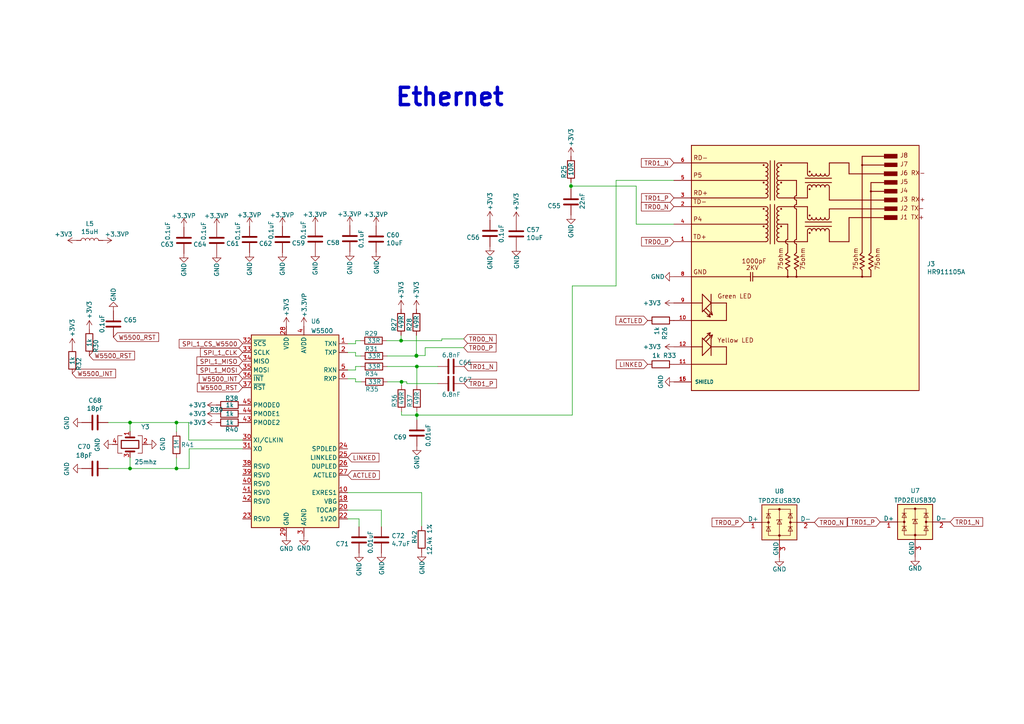
<source format=kicad_sch>
(kicad_sch (version 20211123) (generator eeschema)
  (paper "A4")
  (lib_symbols
    (symbol "Connector_Generic_Shielded:HR911105A" (pin_names (offset 1.016))
      (property "Reference" "J" (at -33.1724 36.2458 0))
      (property "Value" "Connector_Generic_Shielded_HR911105A" (at -33.1216 -38.227 0))
      (symbol "HR911105A_0_0"
        (text "1000pF" (at -18.4912 1.2446 0) (effects (font (size 1.27 1.27)) (justify left bottom)))
        (text "2KV" (at -17.2212 -0.6604 0) (effects (font (size 1.27 1.27)) (justify left bottom)))
        (text "75ohm" (at -6.4008 -0.6604 900) (effects (font (size 1.27 1.27)) (justify left bottom)))
        (text "75ohm" (at 0 -0.6604 900) (effects (font (size 1.27 1.27)) (justify left bottom)))
        (text "75ohm" (at 15.3416 -0.6604 900) (effects (font (size 1.27 1.27)) (justify left bottom)))
        (text "75ohm" (at 21.6916 -0.6604 900) (effects (font (size 1.27 1.27)) (justify left bottom)))
        (text "GND" (at -32.5374 -1.905 0) (effects (font (size 1.27 1.27)) (justify left bottom)))
        (text "Green LED" (at -25.5016 -8.9154 0) (effects (font (size 1.27 1.27)) (justify left bottom)))
        (text "J1 TX+" (at 27.432 13.9954 0) (effects (font (size 1.27 1.27)) (justify left bottom)))
        (text "J2 TX-" (at 27.4574 16.5862 0) (effects (font (size 1.27 1.27)) (justify left bottom)))
        (text "J3 RX+" (at 27.4574 19.1516 0) (effects (font (size 1.27 1.27)) (justify left bottom)))
        (text "J4" (at 27.4574 21.717 0) (effects (font (size 1.27 1.27)) (justify left bottom)))
        (text "J5" (at 27.4828 24.257 0) (effects (font (size 1.27 1.27)) (justify left bottom)))
        (text "J6 RX-" (at 27.4574 26.8224 0) (effects (font (size 1.27 1.27)) (justify left bottom)))
        (text "J7" (at 27.4574 29.3624 0) (effects (font (size 1.27 1.27)) (justify left bottom)))
        (text "J8" (at 27.4574 31.9278 0) (effects (font (size 1.27 1.27)) (justify left bottom)))
        (text "P4" (at -32.5374 13.4112 0) (effects (font (size 1.27 1.27)) (justify left bottom)))
        (text "P5" (at -32.5374 26.162 0) (effects (font (size 1.27 1.27)) (justify left bottom)))
        (text "RD+" (at -32.4866 21.0312 0) (effects (font (size 1.27 1.27)) (justify left bottom)))
        (text "RD-" (at -32.4866 31.2166 0) (effects (font (size 1.27 1.27)) (justify left bottom)))
        (text "TD+" (at -32.5628 8.3058 0) (effects (font (size 1.27 1.27)) (justify left bottom)))
        (text "TD-" (at -32.512 18.4912 0) (effects (font (size 1.27 1.27)) (justify left bottom)))
        (text "Yellow LED" (at -25.527 -21.717 0) (effects (font (size 1.27 1.27)) (justify left bottom)))
        (pin passive line (at -38.1 7.62 0) (length 5.08) (name "~") (number "1"))
        (pin passive line (at -38.1 -15.24 0) (length 5.08) (name "~") (number "10"))
        (pin passive line (at -38.1 -27.94 0) (length 5.08) (name "~") (number "11"))
        (pin passive line (at -38.1 -22.86 0) (length 5.08) (name "~") (number "12"))
        (pin passive line (at -38.1 -33.02 0) (length 5.08) (name "SHIELD") (number "15"))
        (pin passive line (at -38.1 -33.02 0) (length 5.08) (name "SHIELD") (number "16"))
        (pin passive line (at -38.1 17.78 0) (length 5.08) (name "~") (number "2"))
        (pin passive line (at -38.1 20.32 0) (length 5.08) (name "~") (number "3"))
        (pin passive line (at -38.1 12.7 0) (length 5.08) (name "~") (number "4"))
        (pin passive line (at -38.1 25.4 0) (length 5.08) (name "~") (number "5"))
        (pin passive line (at -38.1 30.48 0) (length 5.08) (name "~") (number "6"))
        (pin power_in line (at -38.1 -2.54 0) (length 5.08) (name "~") (number "8"))
        (pin passive line (at -38.1 -10.16 0) (length 5.08) (name "~") (number "9"))
      )
    )
    (symbol "Device:C" (pin_numbers hide) (pin_names (offset 0.254))
      (property "Reference" "C" (at 0.635 2.54 0))
      (property "Value" "C" (at 0.635 -2.54 0))
      (symbol "C_1_1"
        (pin passive line (at 0 3.81 270) (length 2.794) (name "~") (number "1"))
        (pin passive line (at 0 -3.81 90) (length 2.794) (name "~") (number "2"))
      )
    )
    (symbol "Device:Crystal_GND24" (pin_names (offset 1.016) hide)
      (property "Reference" "Y" (at 3.175 5.08 0))
      (property "Value" "Crystal_GND24" (at 3.175 3.175 0))
      (symbol "Crystal_GND24_1_1"
        (pin passive line (at -3.81 0 0) (length 1.27) (name "1") (number "1"))
        (pin passive line (at 0 5.08 270) (length 1.27) (name "2") (number "2"))
        (pin passive line (at 3.81 0 180) (length 1.27) (name "3") (number "3"))
        (pin passive line (at 0 -5.08 90) (length 1.27) (name "4") (number "4"))
      )
    )
    (symbol "Device:L" (pin_numbers hide) (pin_names (offset 1.016) hide)
      (property "Reference" "L" (at -1.27 0 90))
      (property "Value" "L" (at 1.905 0 90))
      (symbol "L_1_1"
        (pin passive line (at 0 3.81 270) (length 1.27) (name "1") (number "1"))
        (pin passive line (at 0 -3.81 90) (length 1.27) (name "2") (number "2"))
      )
    )
    (symbol "Device:R" (pin_numbers hide) (pin_names (offset 0))
      (property "Reference" "R" (at 2.032 0 90))
      (property "Value" "R" (at 0 0 90))
      (symbol "R_1_1"
        (pin passive line (at 0 3.81 270) (length 1.27) (name "~") (number "1"))
        (pin passive line (at 0 -3.81 90) (length 1.27) (name "~") (number "2"))
      )
    )
    (symbol "Interface_Ethernet:W5500"
      (property "Reference" "U" (at -11.43 29.21 0))
      (property "Value" "W5500" (at 8.89 29.21 0))
      (symbol "W5500_1_1"
        (pin output line (at 15.24 25.4 180) (length 2.54) (name "TXN") (number "1"))
        (pin passive line (at 15.24 -17.78 180) (length 2.54) (name "EXRES1") (number "10"))
        (pin passive line (at 2.54 30.48 270) (length 2.54) hide (name "AVDD") (number "11"))
        (pin no_connect line (at 12.7 7.62 180) (length 2.54) hide (name "NC") (number "12"))
        (pin no_connect line (at 12.7 5.08 180) (length 2.54) hide (name "NC") (number "13"))
        (pin passive line (at 2.54 -30.48 90) (length 2.54) hide (name "AGND") (number "14"))
        (pin passive line (at 2.54 30.48 270) (length 2.54) hide (name "AVDD") (number "15"))
        (pin passive line (at 2.54 -30.48 90) (length 2.54) hide (name "AGND") (number "16"))
        (pin passive line (at 2.54 30.48 270) (length 2.54) hide (name "AVDD") (number "17"))
        (pin passive line (at 15.24 -20.32 180) (length 2.54) (name "VBG") (number "18"))
        (pin passive line (at 2.54 -30.48 90) (length 2.54) hide (name "AGND") (number "19"))
        (pin output line (at 15.24 22.86 180) (length 2.54) (name "TXP") (number "2"))
        (pin passive line (at 15.24 -22.86 180) (length 2.54) (name "TOCAP") (number "20"))
        (pin passive line (at 2.54 30.48 270) (length 2.54) hide (name "AVDD") (number "21"))
        (pin output line (at 15.24 -25.4 180) (length 2.54) (name "1V2O") (number "22"))
        (pin input line (at -15.24 -25.4 0) (length 2.54) (name "RSVD") (number "23"))
        (pin output line (at 15.24 -5.08 180) (length 2.54) (name "SPDLED") (number "24"))
        (pin output line (at 15.24 -7.62 180) (length 2.54) (name "LINKLED") (number "25"))
        (pin output line (at 15.24 -10.16 180) (length 2.54) (name "DUPLED") (number "26"))
        (pin output line (at 15.24 -12.7 180) (length 2.54) (name "ACTLED") (number "27"))
        (pin power_in line (at -2.54 30.48 270) (length 2.54) (name "VDD") (number "28"))
        (pin power_in line (at -2.54 -30.48 90) (length 2.54) (name "GND") (number "29"))
        (pin power_in line (at 2.54 -30.48 90) (length 2.54) (name "AGND") (number "3"))
        (pin input line (at -15.24 -2.54 0) (length 2.54) (name "XI/CLKIN") (number "30"))
        (pin output line (at -15.24 -5.08 0) (length 2.54) (name "XO") (number "31"))
        (pin input line (at -15.24 25.4 0) (length 2.54) (name "~{SCS}") (number "32"))
        (pin input line (at -15.24 22.86 0) (length 2.54) (name "SCLK") (number "33"))
        (pin output line (at -15.24 20.32 0) (length 2.54) (name "MISO") (number "34"))
        (pin input line (at -15.24 17.78 0) (length 2.54) (name "MOSI") (number "35"))
        (pin input line (at -15.24 15.24 0) (length 2.54) (name "~{INT}") (number "36"))
        (pin input line (at -15.24 12.7 0) (length 2.54) (name "~{RST}") (number "37"))
        (pin input line (at -15.24 -10.16 0) (length 2.54) (name "RSVD") (number "38"))
        (pin input line (at -15.24 -12.7 0) (length 2.54) (name "RSVD") (number "39"))
        (pin power_in line (at 2.54 30.48 270) (length 2.54) (name "AVDD") (number "4"))
        (pin input line (at -15.24 -15.24 0) (length 2.54) (name "RSVD") (number "40"))
        (pin input line (at -15.24 -17.78 0) (length 2.54) (name "RSVD") (number "41"))
        (pin input line (at -15.24 -20.32 0) (length 2.54) (name "RSVD") (number "42"))
        (pin input line (at -15.24 2.54 0) (length 2.54) (name "PMODE2") (number "43"))
        (pin input line (at -15.24 5.08 0) (length 2.54) (name "PMODE1") (number "44"))
        (pin input line (at -15.24 7.62 0) (length 2.54) (name "PMODE0") (number "45"))
        (pin no_connect line (at 12.7 2.54 180) (length 2.54) hide (name "NC") (number "46"))
        (pin no_connect line (at 12.7 0 180) (length 2.54) hide (name "NC") (number "47"))
        (pin passive line (at 2.54 -30.48 90) (length 2.54) hide (name "AGND") (number "48"))
        (pin input line (at 15.24 17.78 180) (length 2.54) (name "RXN") (number "5"))
        (pin input line (at 15.24 15.24 180) (length 2.54) (name "RXP") (number "6"))
        (pin no_connect line (at 12.7 10.16 180) (length 2.54) hide (name "DNC") (number "7"))
        (pin passive line (at 2.54 30.48 270) (length 2.54) hide (name "AVDD") (number "8"))
        (pin passive line (at 2.54 -30.48 90) (length 2.54) hide (name "AGND") (number "9"))
      )
    )
    (symbol "Power_Protection:TPD2EUSB30" (pin_names (offset 0))
      (property "Reference" "U" (at 0 6.35 0))
      (property "Value" "TPD2EUSB30" (at 7.62 -7.62 0))
      (symbol "TPD2EUSB30_1_1"
        (pin passive line (at -10.16 0 0) (length 5.08) (name "D+") (number "1"))
        (pin passive line (at 10.16 0 180) (length 5.08) (name "D-") (number "2"))
        (pin passive line (at 0 -10.16 90) (length 5.08) (name "GND") (number "3"))
      )
    )
    (symbol "power:+3.3V" (power) (pin_names (offset 0))
      (property "Value" "+3.3V" (at 0 3.556 0))
      (symbol "+3.3V_1_1"
        (pin power_in line (at 0 0 90) (length 0) hide (name "+3V3") (number "1"))
      )
    )
    (symbol "power:+3.3VP" (power) (pin_names (offset 0))
      (property "Value" "+3.3VP" (at 0 2.54 0))
      (symbol "+3.3VP_0_0"
        (pin power_in line (at 0 0 90) (length 0) hide (name "+3.3VP") (number "1"))
      )
    )
    (symbol "power:GND" (power) (pin_names (offset 0))
      (property "Value" "GND" (at 0 -3.81 0))
      (symbol "GND_1_1"
        (pin power_in line (at 0 0 270) (length 0) hide (name "GND") (number "1"))
      )
    )
  )
  (junction (at 120.777 103.124))
  (junction (at 120.904 120.396))
  (junction (at 51.181 135.89))
  (junction (at 120.777 103.251))
  (junction (at 116.332 98.806))
  (junction (at 120.904 106.299))
  (junction (at 37.719 135.89))
  (junction (at 165.608 53.975))
  (junction (at 116.459 110.744))
  (junction (at 37.719 122.555))
  (junction (at 51.181 122.555))
  (wire (pts (xy 165.608 52.959) (xy 165.608 53.975)))
  (wire (pts (xy 123.317 100.838) (xy 134.493 100.838)))
  (wire (pts (xy 120.777 103.124) (xy 120.777 97.282)))
  (wire (pts (xy 100.838 147.955) (xy 110.617 147.955)))
  (wire (pts (xy 103.124 99.695) (xy 103.124 98.806)))
  (wire (pts (xy 54.864 130.175) (xy 70.358 130.175)))
  (wire (pts (xy 120.904 106.299) (xy 127 106.299)))
  (wire (pts (xy 112.268 106.299) (xy 120.904 106.299)))
  (wire (pts (xy 100.838 102.235) (xy 103.124 102.235)))
  (wire (pts (xy 51.181 132.842) (xy 51.181 135.89)))
  (wire (pts (xy 110.617 147.955) (xy 110.617 152.781)))
  (wire (pts (xy 51.181 122.555) (xy 51.181 125.222)))
  (wire (pts (xy 103.124 107.315) (xy 103.124 106.299)))
  (wire (pts (xy 100.838 109.855) (xy 103.124 109.855)))
  (wire (pts (xy 100.838 150.495) (xy 104.14 150.495)))
  (wire (pts (xy 103.124 102.235) (xy 103.124 103.251)))
  (wire (pts (xy 128.143 98.298) (xy 128.143 98.806)))
  (wire (pts (xy 165.989 82.931) (xy 178.689 82.931)))
  (wire (pts (xy 100.838 142.875) (xy 122.301 142.875)))
  (wire (pts (xy 31.369 122.555) (xy 37.719 122.555)))
  (wire (pts (xy 70.358 127.635) (xy 54.737 127.635)))
  (wire (pts (xy 103.124 109.855) (xy 103.124 110.744)))
  (wire (pts (xy 116.459 119.38) (xy 116.459 120.396)))
  (wire (pts (xy 51.181 135.89) (xy 54.864 135.89)))
  (wire (pts (xy 128.143 98.806) (xy 116.332 98.806)))
  (wire (pts (xy 103.124 110.744) (xy 104.775 110.744)))
  (wire (pts (xy 112.395 110.744) (xy 116.459 110.744)))
  (wire (pts (xy 31.369 135.89) (xy 37.719 135.89)))
  (wire (pts (xy 195.453 52.324) (xy 178.689 52.324)))
  (wire (pts (xy 37.719 122.555) (xy 37.719 125.095)))
  (wire (pts (xy 120.777 103.251) (xy 120.777 103.124)))
  (wire (pts (xy 51.181 122.555) (xy 54.737 122.555)))
  (wire (pts (xy 116.459 110.744) (xy 116.459 111.76)))
  (wire (pts (xy 120.777 103.124) (xy 123.317 103.124)))
  (wire (pts (xy 112.141 98.806) (xy 116.332 98.806)))
  (wire (pts (xy 54.737 127.635) (xy 54.737 122.555)))
  (wire (pts (xy 100.838 99.695) (xy 103.124 99.695)))
  (wire (pts (xy 104.14 150.495) (xy 104.14 152.781)))
  (wire (pts (xy 120.904 120.396) (xy 120.904 119.38)))
  (wire (pts (xy 178.689 82.931) (xy 178.689 52.324)))
  (wire (pts (xy 103.124 98.806) (xy 104.521 98.806)))
  (wire (pts (xy 116.459 120.396) (xy 120.904 120.396)))
  (wire (pts (xy 103.124 106.299) (xy 104.648 106.299)))
  (wire (pts (xy 127 111.252) (xy 117.983 111.252)))
  (wire (pts (xy 120.904 120.396) (xy 120.904 121.793)))
  (wire (pts (xy 134.493 98.298) (xy 128.143 98.298)))
  (wire (pts (xy 165.608 53.975) (xy 184.531 53.975)))
  (wire (pts (xy 165.608 53.975) (xy 165.608 54.737)))
  (wire (pts (xy 37.719 135.89) (xy 51.181 135.89)))
  (wire (pts (xy 100.838 107.315) (xy 103.124 107.315)))
  (wire (pts (xy 54.864 130.175) (xy 54.864 135.89)))
  (wire (pts (xy 120.904 120.396) (xy 165.989 120.396)))
  (wire (pts (xy 122.301 142.875) (xy 122.301 152.654)))
  (wire (pts (xy 103.124 103.251) (xy 104.648 103.251)))
  (wire (pts (xy 37.719 135.89) (xy 37.719 132.715)))
  (wire (pts (xy 195.453 65.024) (xy 184.531 65.024)))
  (wire (pts (xy 117.983 111.252) (xy 117.983 110.744)))
  (wire (pts (xy 112.268 103.251) (xy 120.777 103.251)))
  (wire (pts (xy 37.719 122.555) (xy 51.181 122.555)))
  (wire (pts (xy 116.332 98.806) (xy 116.332 97.282)))
  (wire (pts (xy 117.983 110.744) (xy 116.459 110.744)))
  (wire (pts (xy 184.531 65.024) (xy 184.531 53.975)))
  (wire (pts (xy 120.904 106.299) (xy 120.904 111.76)))
  (wire (pts (xy 165.989 120.396) (xy 165.989 82.931)))
  (wire (pts (xy 123.317 103.124) (xy 123.317 100.838)))
  (text "Ethernet" (at 114.3 31.242 0) (effects (font (size 5.0038 5.0038) (thickness 1.0008) bold) (justify left bottom)))
  (global_label "LINKED" (shape input) (at 100.838 132.715 0) (property "Intersheet References" "${INTERSHEET_REFS}" (effects hide)))
  (global_label "TRD0_N" (shape input) (at 236.22 151.511 0) (property "Intersheet References" "${INTERSHEET_REFS}" (effects hide)))
  (global_label "TRD1_P" (shape input) (at 195.453 57.404 180) (property "Intersheet References" "${INTERSHEET_REFS}" (effects hide)))
  (global_label "TRD0_P" (shape input) (at 195.453 70.104 180) (property "Intersheet References" "${INTERSHEET_REFS}" (effects hide)))
  (global_label "TRD1_P" (shape input) (at 134.62 111.252 0) (property "Intersheet References" "${INTERSHEET_REFS}" (effects hide)))
  (global_label "SPI_1_MISO" (shape input) (at 70.358 104.775 180) (property "Intersheet References" "${INTERSHEET_REFS}" (effects hide)))
  (global_label "TRD1_N" (shape input) (at 134.62 106.299 0) (property "Intersheet References" "${INTERSHEET_REFS}" (effects hide)))
  (global_label "SPI_1_MOSI" (shape input) (at 70.358 107.315 180) (property "Intersheet References" "${INTERSHEET_REFS}" (effects hide)))
  (global_label "W5500_INT" (shape input) (at 20.955 108.331 0) (property "Intersheet References" "${INTERSHEET_REFS}" (effects hide)))
  (global_label "W5500_RST" (shape input) (at 70.358 112.395 180) (property "Intersheet References" "${INTERSHEET_REFS}" (effects hide)))
  (global_label "TRD0_N" (shape input) (at 134.493 98.298 0) (property "Intersheet References" "${INTERSHEET_REFS}" (effects hide)))
  (global_label "SPI_1_CLK" (shape input) (at 70.358 102.235 180) (property "Intersheet References" "${INTERSHEET_REFS}" (effects hide)))
  (global_label "TRD1_N" (shape input) (at 275.59 151.384 0) (property "Intersheet References" "${INTERSHEET_REFS}" (effects hide)))
  (global_label "TRD0_N" (shape input) (at 195.453 59.944 180) (property "Intersheet References" "${INTERSHEET_REFS}" (effects hide)))
  (global_label "TRD0_P" (shape input) (at 134.493 100.838 0) (property "Intersheet References" "${INTERSHEET_REFS}" (effects hide)))
  (global_label "LINKED" (shape input) (at 187.833 105.664 180) (property "Intersheet References" "${INTERSHEET_REFS}" (effects hide)))
  (global_label "TRD1_N" (shape input) (at 195.453 47.244 180) (property "Intersheet References" "${INTERSHEET_REFS}" (effects hide)))
  (global_label "W5500_INT" (shape input) (at 70.358 109.855 180) (property "Intersheet References" "${INTERSHEET_REFS}" (effects hide)))
  (global_label "ACTLED" (shape input) (at 187.833 92.964 180) (property "Intersheet References" "${INTERSHEET_REFS}" (effects hide)))
  (global_label "W5500_RST" (shape input) (at 25.908 103.124 0) (property "Intersheet References" "${INTERSHEET_REFS}" (effects hide)))
  (global_label "SPI_1_CS_W5500" (shape input) (at 70.358 99.695 180) (property "Intersheet References" "${INTERSHEET_REFS}" (effects hide)))
  (global_label "W5500_RST" (shape input) (at 32.893 97.79 0) (property "Intersheet References" "${INTERSHEET_REFS}" (effects hide)))
  (global_label "TRD1_P" (shape input) (at 255.27 151.384 180) (property "Intersheet References" "${INTERSHEET_REFS}" (effects hide)))
  (global_label "TRD0_P" (shape input) (at 215.9 151.511 180) (property "Intersheet References" "${INTERSHEET_REFS}" (effects hide)))
  (global_label "ACTLED" (shape input) (at 100.838 137.795 0) (property "Intersheet References" "${INTERSHEET_REFS}" (effects hide)))
  (symbol (lib_id "power:+3.3V") (at 165.608 45.339 0) (unit 1)
    (property "Reference" "#PWR0121" (effects hide))
    (property "Value" "+3.3V" (at 165.608 39.878 90))
  )
  (symbol (lib_id "power:+3.3V") (at 120.777 89.662 0) (unit 1)
    (property "Reference" "#PWR0146" (effects hide))
    (property "Value" "+3.3V" (at 120.777 84.201 90))
  )
  (symbol (lib_id "Device:Crystal_GND24") (at 37.719 128.905 270) (unit 1)
    (property "Reference" "Y3" (at 40.894 123.825 90) (effects (justify left)))
    (property "Value" "25mhz" (at 38.989 133.985 90) (effects (justify left)))
    (property "Footprint" "Footprint:Crystal_smd_3225" (effects hide))
  )
  (symbol (lib_id "power:GND") (at 23.749 135.89 270) (unit 1)
    (property "Reference" "#PWR0161" (effects hide))
    (property "Value" "GND" (at 19.3548 136.017 0))
  )
  (symbol (lib_id "power:+3.3VP") (at 53.34 65.913 0) (unit 1)
    (property "Reference" "#PWR0130" (effects hide))
    (property "Value" "+3.3VP" (at 49.657 62.611 0) (effects (justify left)))
  )
  (symbol (lib_id "power:+3.3V") (at 142.113 63.881 0) (unit 1)
    (property "Reference" "#PWR0123" (effects hide))
    (property "Value" "+3.3V" (at 142.113 58.42 90))
  )
  (symbol (lib_id "Device:C") (at 165.608 58.547 180) (unit 1)
    (property "Reference" "C55" (at 162.687 59.7154 0) (effects (justify left)))
    (property "Value" "22nF" (at 168.91 55.88 90) (effects (justify left)))
    (property "Footprint" "Capacitor_SMD:C_0603_1608Metric" (effects hide))
  )
  (symbol (lib_id "Device:L") (at 26.035 69.723 90) (unit 1)
    (property "Reference" "L5" (at 26.035 64.897 90))
    (property "Value" "15uH" (at 26.035 67.2084 90))
    (property "Footprint" "Resistor_SMD:R_0603_1608Metric" (effects hide))
  )
  (symbol (lib_id "Device:R") (at 191.643 92.964 270) (unit 1)
    (property "Reference" "R26" (at 192.8114 94.742 0) (effects (justify left)))
    (property "Value" "1k" (at 190.5 94.742 0) (effects (justify left)))
    (property "Footprint" "Resistor_SMD:R_0603_1608Metric" (effects hide))
  )
  (symbol (lib_id "power:GND") (at 109.093 73.152 0) (unit 1)
    (property "Reference" "#PWR0138" (effects hide))
    (property "Value" "GND" (at 109.22 77.5462 90))
  )
  (symbol (lib_id "Device:R") (at 116.332 93.472 180) (unit 1)
    (property "Reference" "R27" (at 114.3 92.202 90) (effects (justify left)))
    (property "Value" "49R" (at 116.332 91.44 90) (effects (justify left)))
    (property "Footprint" "Resistor_SMD:R_0603_1608Metric" (effects hide))
  )
  (symbol (lib_id "Device:C") (at 110.617 156.591 0) (unit 1)
    (property "Reference" "C72" (at 113.538 155.4226 0) (effects (justify left)))
    (property "Value" "4.7uF" (at 113.538 157.734 0) (effects (justify left)))
    (property "Footprint" "Capacitor_SMD:C_0805_2012Metric" (effects hide))
  )
  (symbol (lib_id "Device:C") (at 72.39 69.469 180) (unit 1)
    (property "Reference" "C61" (at 69.469 70.6374 0) (effects (justify left)))
    (property "Value" "0.1uF" (at 68.961 64.262 90) (effects (justify left)))
    (property "Footprint" "Capacitor_SMD:C_0603_1608Metric" (effects hide))
  )
  (symbol (lib_id "Device:R") (at 51.181 129.032 0) (unit 1)
    (property "Reference" "R41" (at 52.451 129.032 0) (effects (justify left)))
    (property "Value" "1M" (at 51.181 130.302 90) (effects (justify left)))
    (property "Footprint" "Resistor_SMD:R_0603_1608Metric" (effects hide))
  )
  (symbol (lib_id "power:+3.3VP") (at 88.138 94.615 0) (unit 1)
    (property "Reference" "#PWR0149" (effects hide))
    (property "Value" "+3.3VP" (at 88.265 92.075 90) (effects (justify left)))
  )
  (symbol (lib_id "power:GND") (at 104.14 160.401 0) (unit 1)
    (property "Reference" "#PWR0165" (effects hide))
    (property "Value" "GND" (at 104.14 165.1 90))
  )
  (symbol (lib_id "power:+3.3VP") (at 81.915 65.659 0) (unit 1)
    (property "Reference" "#PWR0129" (effects hide))
    (property "Value" "+3.3VP" (at 78.232 62.357 0) (effects (justify left)))
  )
  (symbol (lib_id "power:GND") (at 32.639 128.905 270) (unit 1)
    (property "Reference" "#PWR0158" (effects hide))
    (property "Value" "GND" (at 28.2448 129.032 0))
  )
  (symbol (lib_id "power:+3.3VP") (at 91.44 65.532 0) (unit 1)
    (property "Reference" "#PWR0126" (effects hide))
    (property "Value" "+3.3VP" (at 87.757 62.23 0) (effects (justify left)))
  )
  (symbol (lib_id "Device:R") (at 66.548 122.555 270) (unit 1)
    (property "Reference" "R40" (at 65.278 124.587 90) (effects (justify left)))
    (property "Value" "1k" (at 65.405 122.555 90) (effects (justify left)))
    (property "Footprint" "Resistor_SMD:R_0603_1608Metric" (effects hide))
  )
  (symbol (lib_id "power:GND") (at 122.301 160.274 0) (unit 1)
    (property "Reference" "#PWR0164" (effects hide))
    (property "Value" "GND" (at 122.428 164.6682 90))
  )
  (symbol (lib_id "power:GND") (at 81.915 73.279 0) (unit 1)
    (property "Reference" "#PWR0140" (effects hide))
    (property "Value" "GND" (at 81.915 77.978 90))
  )
  (symbol (lib_id "Device:C") (at 91.44 69.342 180) (unit 1)
    (property "Reference" "C59" (at 88.519 70.5104 0) (effects (justify left)))
    (property "Value" "0.1uF" (at 88.011 64.008 90) (effects (justify left)))
    (property "Footprint" "Capacitor_SMD:C_0603_1608Metric" (effects hide))
  )
  (symbol (lib_id "Device:R") (at 20.955 104.521 180) (unit 1)
    (property "Reference" "R32" (at 22.86 103.632 90) (effects (justify left)))
    (property "Value" "1k" (at 20.955 103.378 90) (effects (justify left)))
    (property "Footprint" "Resistor_SMD:R_0603_1608Metric" (effects hide))
  )
  (symbol (lib_id "power:GND") (at 265.43 161.544 0) (unit 1)
    (property "Reference" "#PWR0167" (effects hide))
    (property "Value" "GND" (at 265.43 164.846 0))
  )
  (symbol (lib_id "power:GND") (at 120.904 129.413 0) (unit 1)
    (property "Reference" "#PWR0160" (effects hide))
    (property "Value" "GND" (at 120.904 134.112 90))
  )
  (symbol (lib_id "power:+3.3V") (at 195.453 100.584 90) (unit 1)
    (property "Reference" "#PWR0151" (effects hide))
    (property "Value" "+3.3V" (at 189.103 100.584 90))
  )
  (symbol (lib_id "Device:R") (at 108.585 110.744 90) (unit 1)
    (property "Reference" "R35" (at 109.855 112.903 90) (effects (justify left)))
    (property "Value" "33R" (at 110.617 110.744 90) (effects (justify left)))
    (property "Footprint" "Resistor_SMD:R_0603_1608Metric" (effects hide))
  )
  (symbol (lib_id "power:+3.3V") (at 62.738 117.475 90) (unit 1)
    (property "Reference" "#PWR0154" (effects hide))
    (property "Value" "+3.3V" (at 57.15 117.475 90))
  )
  (symbol (lib_id "Device:C") (at 32.893 93.98 0) (unit 1)
    (property "Reference" "C65" (at 35.814 92.8116 0) (effects (justify left)))
    (property "Value" "0.1uF" (at 29.591 96.647 90) (effects (justify left)))
    (property "Footprint" "Capacitor_SMD:C_0603_1608Metric" (effects hide))
  )
  (symbol (lib_id "power:+3.3V") (at 20.955 100.711 0) (unit 1)
    (property "Reference" "#PWR0152" (effects hide))
    (property "Value" "+3.3V" (at 20.955 95.123 90))
  )
  (symbol (lib_id "Device:R") (at 122.301 156.464 0) (unit 1)
    (property "Reference" "R42" (at 120.269 157.734 90) (effects (justify left)))
    (property "Value" "12.4k 1%" (at 124.587 161.036 90) (effects (justify left)))
    (property "Footprint" "Resistor_SMD:R_0603_1608Metric" (effects hide))
  )
  (symbol (lib_id "Device:C") (at 81.915 69.469 180) (unit 1)
    (property "Reference" "C62" (at 78.994 70.6374 0) (effects (justify left)))
    (property "Value" "0.1uF" (at 78.613 64.008 90) (effects (justify left)))
    (property "Footprint" "Capacitor_SMD:C_0603_1608Metric" (effects hide))
  )
  (symbol (lib_id "Device:R") (at 108.331 98.806 90) (unit 1)
    (property "Reference" "R29" (at 109.601 96.774 90) (effects (justify left)))
    (property "Value" "33R" (at 110.363 98.806 90) (effects (justify left)))
    (property "Footprint" "Resistor_SMD:R_0603_1608Metric" (effects hide))
  )
  (symbol (lib_id "Connector_Generic_Shielded:HR911105A") (at 233.553 77.724 0) (unit 1)
    (property "Reference" "J3" (at 268.8336 76.5556 0) (effects (justify left)))
    (property "Value" "HR911105A" (at 268.8336 78.867 0) (effects (justify left)))
    (property "Footprint" "Footprint:HANRUN_HR911105A" (effects hide))
    (property "MP" "HR911105A" (effects hide))
    (property "PARTREV" "A" (effects hide))
    (property "DESCRIPTION" "DIP RJ45 Connector;" (effects hide))
    (property "AVAILABILITY" "Unavailable" (effects hide))
    (property "PRICE" "None" (effects hide))
    (property "STANDARD" "Manufacturer Recommendation" (effects hide))
    (property "PACKAGE" "None" (effects hide))
    (property "MF" "HanRun" (effects hide))
  )
  (symbol (lib_id "power:+3.3V") (at 62.738 120.015 90) (unit 1)
    (property "Reference" "#PWR0155" (effects hide))
    (property "Value" "+3.3V" (at 57.15 120.015 90))
  )
  (symbol (lib_id "power:GND") (at 72.39 73.279 0) (unit 1)
    (property "Reference" "#PWR0139" (effects hide))
    (property "Value" "GND" (at 72.39 77.978 90))
  )
  (symbol (lib_id "power:GND") (at 32.893 90.17 180) (unit 1)
    (property "Reference" "#PWR0147" (effects hide))
    (property "Value" "GND" (at 32.893 85.471 90))
  )
  (symbol (lib_id "power:+3.3VP") (at 62.865 65.913 0) (unit 1)
    (property "Reference" "#PWR0131" (effects hide))
    (property "Value" "+3.3VP" (at 59.182 62.611 0) (effects (justify left)))
  )
  (symbol (lib_id "power:+3.3V") (at 22.225 69.723 90) (unit 1)
    (property "Reference" "#PWR0132" (effects hide))
    (property "Value" "+3.3V" (at 18.415 67.945 90))
  )
  (symbol (lib_id "power:GND") (at 149.733 71.628 0) (unit 1)
    (property "Reference" "#PWR0135" (effects hide))
    (property "Value" "GND" (at 149.86 76.0222 90))
  )
  (symbol (lib_id "Device:R") (at 25.908 99.314 180) (unit 1)
    (property "Reference" "R30" (at 27.813 98.425 90) (effects (justify left)))
    (property "Value" "1k" (at 25.908 98.171 90) (effects (justify left)))
    (property "Footprint" "Resistor_SMD:R_0603_1608Metric" (effects hide))
  )
  (symbol (lib_id "Device:C") (at 101.473 69.215 180) (unit 1)
    (property "Reference" "C58" (at 98.552 70.3834 0) (effects (justify left)))
    (property "Value" "0.1uF" (at 104.775 66.548 90) (effects (justify left)))
    (property "Footprint" "Capacitor_SMD:C_0603_1608Metric" (effects hide))
  )
  (symbol (lib_id "power:GND") (at 23.749 122.555 270) (unit 1)
    (property "Reference" "#PWR0156" (effects hide))
    (property "Value" "GND" (at 19.3548 122.682 0))
  )
  (symbol (lib_id "Device:C") (at 62.865 69.723 180) (unit 1)
    (property "Reference" "C64" (at 59.944 70.8914 0) (effects (justify left)))
    (property "Value" "0.1uF" (at 59.055 64.262 90) (effects (justify left)))
    (property "Footprint" "Capacitor_SMD:C_0603_1608Metric" (effects hide))
  )
  (symbol (lib_id "Device:R") (at 66.548 120.015 270) (unit 1)
    (property "Reference" "R39" (at 60.833 118.872 90) (effects (justify left)))
    (property "Value" "1k" (at 65.405 120.015 90) (effects (justify left)))
    (property "Footprint" "Resistor_SMD:R_0603_1608Metric" (effects hide))
  )
  (symbol (lib_id "power:GND") (at 101.473 73.025 0) (unit 1)
    (property "Reference" "#PWR0136" (effects hide))
    (property "Value" "GND" (at 101.473 77.724 90))
  )
  (symbol (lib_id "Device:C") (at 104.14 156.591 180) (unit 1)
    (property "Reference" "C71" (at 101.219 157.7594 0) (effects (justify left)))
    (property "Value" "0.01uF" (at 107.442 153.924 90) (effects (justify left)))
    (property "Footprint" "Capacitor_SMD:C_0603_1608Metric" (effects hide))
  )
  (symbol (lib_id "Device:C") (at 130.81 106.299 270) (unit 1)
    (property "Reference" "C66" (at 132.969 105.156 90) (effects (justify left)))
    (property "Value" "6.8nF" (at 128.143 102.997 90) (effects (justify left)))
    (property "Footprint" "Capacitor_SMD:C_0603_1608Metric" (effects hide))
  )
  (symbol (lib_id "power:+3.3V") (at 116.332 89.662 0) (unit 1)
    (property "Reference" "#PWR0145" (effects hide))
    (property "Value" "+3.3V" (at 116.332 84.201 90))
  )
  (symbol (lib_id "power:GND") (at 53.34 73.533 0) (unit 1)
    (property "Reference" "#PWR0141" (effects hide))
    (property "Value" "GND" (at 53.34 78.232 90))
  )
  (symbol (lib_id "power:GND") (at 91.44 73.152 0) (unit 1)
    (property "Reference" "#PWR0137" (effects hide))
    (property "Value" "GND" (at 91.44 77.851 90))
  )
  (symbol (lib_id "Device:C") (at 149.733 67.818 0) (unit 1)
    (property "Reference" "C57" (at 152.654 66.6496 0) (effects (justify left)))
    (property "Value" "10uF" (at 152.654 68.961 0) (effects (justify left)))
    (property "Footprint" "Capacitor_SMD:C_0805_2012Metric" (effects hide))
  )
  (symbol (lib_id "Device:R") (at 66.548 117.475 270) (unit 1)
    (property "Reference" "R38" (at 65.278 115.57 90) (effects (justify left)))
    (property "Value" "1k" (at 65.405 117.475 90) (effects (justify left)))
    (property "Footprint" "Resistor_SMD:R_0603_1608Metric" (effects hide))
  )
  (symbol (lib_id "power:GND") (at 226.06 161.671 0) (unit 1)
    (property "Reference" "#PWR0168" (effects hide))
    (property "Value" "GND" (at 226.06 165.1 0))
  )
  (symbol (lib_id "Device:R") (at 116.459 115.57 180) (unit 1)
    (property "Reference" "R36" (at 114.427 114.3 90) (effects (justify left)))
    (property "Value" "49R" (at 116.459 113.538 90) (effects (justify left)))
    (property "Footprint" "Resistor_SMD:R_0603_1608Metric" (effects hide))
  )
  (symbol (lib_id "power:GND") (at 195.453 110.744 270) (unit 1)
    (property "Reference" "#PWR0153" (effects hide))
    (property "Value" "GND" (at 191.643 110.744 0))
  )
  (symbol (lib_id "Device:R") (at 108.458 106.299 90) (unit 1)
    (property "Reference" "R34" (at 109.728 108.458 90) (effects (justify left)))
    (property "Value" "33R" (at 110.49 106.299 90) (effects (justify left)))
    (property "Footprint" "Resistor_SMD:R_0603_1608Metric" (effects hide))
  )
  (symbol (lib_id "Device:C") (at 109.093 69.342 0) (unit 1)
    (property "Reference" "C60" (at 112.014 68.1736 0) (effects (justify left)))
    (property "Value" "10uF" (at 112.014 70.485 0) (effects (justify left)))
    (property "Footprint" "Capacitor_SMD:C_0805_2012Metric" (effects hide))
  )
  (symbol (lib_id "power:GND") (at 88.138 155.575 0) (unit 1)
    (property "Reference" "#PWR0163" (effects hide))
    (property "Value" "GND" (at 88.138 159.004 0))
  )
  (symbol (lib_id "Device:C") (at 27.559 135.89 90) (unit 1)
    (property "Reference" "C70" (at 24.384 129.54 90))
    (property "Value" "18pF" (at 24.384 132.08 90))
    (property "Footprint" "Capacitor_SMD:C_0603_1608Metric" (effects hide))
  )
  (symbol (lib_id "power:+3.3V") (at 83.058 94.615 0) (unit 1)
    (property "Reference" "#PWR0148" (effects hide))
    (property "Value" "+3.3V" (at 83.058 89.154 90))
  )
  (symbol (lib_id "Device:C") (at 130.81 111.252 270) (unit 1)
    (property "Reference" "C67" (at 132.969 110.109 90) (effects (justify left)))
    (property "Value" "6.8nF" (at 128.143 114.427 90) (effects (justify left)))
    (property "Footprint" "Capacitor_SMD:C_0603_1608Metric" (effects hide))
  )
  (symbol (lib_id "Device:R") (at 191.643 105.664 270) (unit 1)
    (property "Reference" "R33" (at 192.278 103.124 90) (effects (justify left)))
    (property "Value" "1k" (at 189.103 103.124 90) (effects (justify left)))
    (property "Footprint" "Resistor_SMD:R_0603_1608Metric" (effects hide))
  )
  (symbol (lib_id "power:+3.3VP") (at 101.473 65.405 0) (unit 1)
    (property "Reference" "#PWR0125" (effects hide))
    (property "Value" "+3.3VP" (at 97.79 62.103 0) (effects (justify left)))
  )
  (symbol (lib_id "Interface_Ethernet:W5500") (at 85.598 125.095 0) (unit 1)
    (property "Reference" "U6" (at 90.1574 93.1885 0) (effects (justify left)))
    (property "Value" "W5500" (at 90.1574 95.9636 0) (effects (justify left)))
    (property "Footprint" "Package_QFP:LQFP-48_7x7mm_P0.5mm" (effects hide))
    (property "Datasheet" "http://wizwiki.net/wiki/lib/exe/fetch.php/products:w5500:w5500_ds_v109e.pdf" (effects hide))
  )
  (symbol (lib_id "power:+3.3V") (at 195.453 87.884 90) (unit 1)
    (property "Reference" "#PWR0144" (effects hide))
    (property "Value" "+3.3V" (at 189.103 87.884 90))
  )
  (symbol (lib_id "Power_Protection:TPD2EUSB30") (at 226.06 151.511 0) (unit 1)
    (property "Reference" "U8" (at 226.06 142.4645 0))
    (property "Value" "TPD2EUSB30" (at 226.06 145.2396 0))
    (property "Footprint" "Package_TO_SOT_SMD:Texas_DRT-3" (effects hide))
    (property "Datasheet" "http://www.ti.com/lit/ds/symlink/tpd2eusb30a.pdf" (effects hide))
  )
  (symbol (lib_id "power:+3.3VP") (at 72.39 65.659 0) (unit 1)
    (property "Reference" "#PWR0128" (effects hide))
    (property "Value" "+3.3VP" (at 68.707 62.357 0) (effects (justify left)))
  )
  (symbol (lib_id "power:GND") (at 142.113 71.501 0) (unit 1)
    (property "Reference" "#PWR0134" (effects hide))
    (property "Value" "GND" (at 142.113 76.2 90))
  )
  (symbol (lib_id "Power_Protection:TPD2EUSB30") (at 265.43 151.384 0) (unit 1)
    (property "Reference" "U7" (at 265.43 142.3375 0))
    (property "Value" "TPD2EUSB30" (at 265.43 145.1126 0))
    (property "Footprint" "Package_TO_SOT_SMD:Texas_DRT-3" (effects hide))
    (property "Datasheet" "http://www.ti.com/lit/ds/symlink/tpd2eusb30a.pdf" (effects hide))
  )
  (symbol (lib_id "Device:R") (at 108.458 103.251 90) (unit 1)
    (property "Reference" "R31" (at 109.728 101.219 90) (effects (justify left)))
    (property "Value" "33R" (at 110.49 103.251 90) (effects (justify left)))
    (property "Footprint" "Resistor_SMD:R_0603_1608Metric" (effects hide))
  )
  (symbol (lib_id "power:GND") (at 110.617 160.401 0) (unit 1)
    (property "Reference" "#PWR0166" (effects hide))
    (property "Value" "GND" (at 110.744 164.7952 90))
  )
  (symbol (lib_id "power:GND") (at 165.608 62.357 0) (unit 1)
    (property "Reference" "#PWR0122" (effects hide))
    (property "Value" "GND" (at 165.608 67.056 90))
  )
  (symbol (lib_id "power:GND") (at 83.058 155.575 0) (unit 1)
    (property "Reference" "#PWR0162" (effects hide))
    (property "Value" "GND" (at 83.058 159.131 0))
  )
  (symbol (lib_id "power:GND") (at 42.799 128.905 90) (unit 1)
    (property "Reference" "#PWR0159" (effects hide))
    (property "Value" "GND" (at 47.1932 128.778 0))
  )
  (symbol (lib_id "power:+3.3V") (at 149.733 64.008 0) (unit 1)
    (property "Reference" "#PWR0124" (effects hide))
    (property "Value" "+3.3V" (at 149.733 58.547 90))
  )
  (symbol (lib_id "Device:R") (at 120.777 93.472 180) (unit 1)
    (property "Reference" "R28" (at 118.745 92.202 90) (effects (justify left)))
    (property "Value" "49R" (at 120.777 91.44 90) (effects (justify left)))
    (property "Footprint" "Resistor_SMD:R_0603_1608Metric" (effects hide))
  )
  (symbol (lib_id "Device:R") (at 120.904 115.57 180) (unit 1)
    (property "Reference" "R37" (at 118.872 114.3 90) (effects (justify left)))
    (property "Value" "49R" (at 120.904 113.538 90) (effects (justify left)))
    (property "Footprint" "Resistor_SMD:R_0603_1608Metric" (effects hide))
  )
  (symbol (lib_id "power:GND") (at 62.865 73.533 0) (unit 1)
    (property "Reference" "#PWR0142" (effects hide))
    (property "Value" "GND" (at 62.865 78.232 90))
  )
  (symbol (lib_id "Device:C") (at 53.34 69.723 180) (unit 1)
    (property "Reference" "C63" (at 50.419 70.8914 0) (effects (justify left)))
    (property "Value" "0.1uF" (at 48.641 64.262 90) (effects (justify left)))
    (property "Footprint" "Capacitor_SMD:C_0603_1608Metric" (effects hide))
  )
  (symbol (lib_id "power:+3.3VP") (at 109.093 65.532 0) (unit 1)
    (property "Reference" "#PWR0127" (effects hide))
    (property "Value" "+3.3VP" (at 105.41 62.23 0) (effects (justify left)))
  )
  (symbol (lib_id "power:GND") (at 195.453 80.264 270) (unit 1)
    (property "Reference" "#PWR0143" (effects hide))
    (property "Value" "GND" (at 190.754 80.264 90))
  )
  (symbol (lib_id "power:+3.3VP") (at 29.845 69.723 270) (unit 1)
    (property "Reference" "#PWR0133" (effects hide))
    (property "Value" "+3.3VP" (at 30.353 67.945 90) (effects (justify left)))
  )
  (symbol (lib_id "power:+3.3V") (at 25.908 95.504 0) (unit 1)
    (property "Reference" "#PWR0150" (effects hide))
    (property "Value" "+3.3V" (at 25.908 89.916 90))
  )
  (symbol (lib_id "Device:C") (at 27.559 122.555 90) (unit 1)
    (property "Reference" "C68" (at 27.559 116.1542 90))
    (property "Value" "18pF" (at 27.559 118.4656 90))
    (property "Footprint" "Capacitor_SMD:C_0603_1608Metric" (effects hide))
  )
  (symbol (lib_id "Device:C") (at 142.113 67.691 180) (unit 1)
    (property "Reference" "C56" (at 139.192 68.8594 0) (effects (justify left)))
    (property "Value" "0.1uF" (at 145.415 65.024 90) (effects (justify left)))
    (property "Footprint" "Capacitor_SMD:C_0603_1608Metric" (effects hide))
  )
  (symbol (lib_id "power:+3.3V") (at 62.738 122.555 90) (unit 1)
    (property "Reference" "#PWR0157" (effects hide))
    (property "Value" "+3.3V" (at 57.15 122.555 90))
  )
  (symbol (lib_id "Device:C") (at 120.904 125.603 180) (unit 1)
    (property "Reference" "C69" (at 117.983 126.7714 0) (effects (justify left)))
    (property "Value" "0.01uF" (at 124.206 122.936 90) (effects (justify left)))
    (property "Footprint" "Capacitor_SMD:C_0603_1608Metric" (effects hide))
  )
  (symbol (lib_id "Device:R") (at 165.608 49.149 180) (unit 1)
    (property "Reference" "R25" (at 163.576 47.879 90) (effects (justify left)))
    (property "Value" "10R" (at 165.608 47.117 90) (effects (justify left)))
    (property "Footprint" "Resistor_SMD:R_0603_1608Metric" (effects hide))
  )
)
</source>
